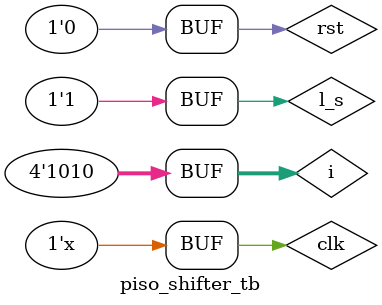
<source format=v>
module piso_shifter(
    input[3:0] i, 
    input clk,
    input rst,
    input l_s,
    output reg o
    );
    reg[2:0] q;
    always @(posedge clk) begin
        if(rst)begin 
            q <= 0;
            o <= 0;
         end
        else begin
            q[0] <= i[0];
            q[1] <= l_s ? q[0] : i[1];
            q[2] <= l_s ? q[1] : i[2];
            o <= l_s ? q[2] : i[3];
        end
    end 
endmodule

module piso_shifter_tb();
    reg clk=0, rst, l_s;
    reg[3:0] i;
    wire q;
    piso_shifter dut (i, clk, rst, l_s, q);

    always #5 clk=~clk;

    initial begin
        rst = 1; i = 0;  #10;
        rst = 0; i = 4'b1010; l_s = 0; #10;
        rst = 0; i = 4'b1010; l_s = 1; #10;
        
    end
endmodule



</source>
